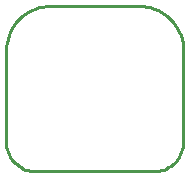
<source format=gbr>
G04 EAGLE Gerber X2 export*
G04 #@! %TF.Part,Single*
G04 #@! %TF.FileFunction,Profile,NP*
G04 #@! %TF.FilePolarity,Positive*
G04 #@! %TF.GenerationSoftware,Autodesk,EAGLE,8.6.0*
G04 #@! %TF.CreationDate,2018-03-03T07:26:01Z*
G75*
%MOMM*%
%FSLAX34Y34*%
%LPD*%
%AMOC8*
5,1,8,0,0,1.08239X$1,22.5*%
G01*
%ADD10C,0.254000*%


D10*
X365000Y357500D02*
X365095Y355321D01*
X365380Y353159D01*
X365852Y351030D01*
X366508Y348950D01*
X367342Y346935D01*
X368349Y345000D01*
X369521Y343161D01*
X370849Y341430D01*
X372322Y339822D01*
X373930Y338349D01*
X375661Y337021D01*
X377500Y335849D01*
X379435Y334842D01*
X381450Y334008D01*
X383530Y333352D01*
X385659Y332880D01*
X387821Y332595D01*
X390000Y332500D01*
X490000Y332500D01*
X492179Y332595D01*
X494341Y332880D01*
X496470Y333352D01*
X498551Y334008D01*
X500565Y334842D01*
X502500Y335849D01*
X504339Y337021D01*
X506070Y338349D01*
X507678Y339822D01*
X509151Y341430D01*
X510479Y343161D01*
X511651Y345000D01*
X512658Y346935D01*
X513492Y348950D01*
X514148Y351030D01*
X514620Y353159D01*
X514905Y355321D01*
X515000Y357500D01*
X515000Y435000D01*
X514857Y438268D01*
X514430Y441512D01*
X513722Y444706D01*
X512738Y447826D01*
X511487Y450848D01*
X509976Y453750D01*
X508218Y456509D01*
X506227Y459105D01*
X504017Y461517D01*
X501605Y463727D01*
X499009Y465718D01*
X496250Y467476D01*
X493348Y468987D01*
X490326Y470238D01*
X487206Y471222D01*
X484012Y471930D01*
X480768Y472357D01*
X477500Y472500D01*
X402500Y472500D01*
X399232Y472357D01*
X395988Y471930D01*
X392794Y471222D01*
X389674Y470238D01*
X386652Y468987D01*
X383750Y467476D01*
X380991Y465718D01*
X378395Y463727D01*
X375984Y461517D01*
X373773Y459105D01*
X371782Y456509D01*
X370024Y453750D01*
X368513Y450848D01*
X367262Y447826D01*
X366278Y444706D01*
X365570Y441512D01*
X365143Y438268D01*
X365000Y435000D01*
X365000Y357500D01*
M02*

</source>
